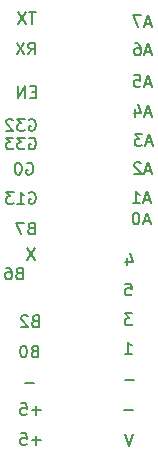
<source format=gbo>
G04 #@! TF.GenerationSoftware,KiCad,Pcbnew,9.0.5*
G04 #@! TF.CreationDate,2025-10-27T23:16:19-07:00*
G04 #@! TF.ProjectId,zotbins_2025_wrover_pcb,7a6f7462-696e-4735-9f32-3032355f7772,rev?*
G04 #@! TF.SameCoordinates,Original*
G04 #@! TF.FileFunction,Legend,Bot*
G04 #@! TF.FilePolarity,Positive*
%FSLAX46Y46*%
G04 Gerber Fmt 4.6, Leading zero omitted, Abs format (unit mm)*
G04 Created by KiCad (PCBNEW 9.0.5) date 2025-10-27 23:16:19*
%MOMM*%
%LPD*%
G01*
G04 APERTURE LIST*
%ADD10C,0.200000*%
%ADD11C,0.153000*%
G04 APERTURE END LIST*
D10*
X108542918Y-95254708D02*
X109114346Y-95254708D01*
X108828632Y-95254708D02*
X108828632Y-94254708D01*
X108828632Y-94254708D02*
X108923870Y-94397565D01*
X108923870Y-94397565D02*
X109019108Y-94492803D01*
X109019108Y-94492803D02*
X109114346Y-94540422D01*
X110743662Y-69699914D02*
X110267472Y-69699914D01*
X110838900Y-69985629D02*
X110505567Y-68985629D01*
X110505567Y-68985629D02*
X110172234Y-69985629D01*
X109410329Y-68985629D02*
X109600805Y-68985629D01*
X109600805Y-68985629D02*
X109696043Y-69033248D01*
X109696043Y-69033248D02*
X109743662Y-69080867D01*
X109743662Y-69080867D02*
X109838900Y-69223724D01*
X109838900Y-69223724D02*
X109886519Y-69414200D01*
X109886519Y-69414200D02*
X109886519Y-69795152D01*
X109886519Y-69795152D02*
X109838900Y-69890390D01*
X109838900Y-69890390D02*
X109791281Y-69938010D01*
X109791281Y-69938010D02*
X109696043Y-69985629D01*
X109696043Y-69985629D02*
X109505567Y-69985629D01*
X109505567Y-69985629D02*
X109410329Y-69938010D01*
X109410329Y-69938010D02*
X109362710Y-69890390D01*
X109362710Y-69890390D02*
X109315091Y-69795152D01*
X109315091Y-69795152D02*
X109315091Y-69557057D01*
X109315091Y-69557057D02*
X109362710Y-69461819D01*
X109362710Y-69461819D02*
X109410329Y-69414200D01*
X109410329Y-69414200D02*
X109505567Y-69366581D01*
X109505567Y-69366581D02*
X109696043Y-69366581D01*
X109696043Y-69366581D02*
X109791281Y-69414200D01*
X109791281Y-69414200D02*
X109838900Y-69461819D01*
X109838900Y-69461819D02*
X109886519Y-69557057D01*
X109237841Y-102059705D02*
X108904508Y-103059705D01*
X108904508Y-103059705D02*
X108571175Y-102059705D01*
X101420033Y-100048923D02*
X100658129Y-100048923D01*
X101039081Y-100429876D02*
X101039081Y-99667971D01*
X99705748Y-99429876D02*
X100181938Y-99429876D01*
X100181938Y-99429876D02*
X100229557Y-99906066D01*
X100229557Y-99906066D02*
X100181938Y-99858447D01*
X100181938Y-99858447D02*
X100086700Y-99810828D01*
X100086700Y-99810828D02*
X99848605Y-99810828D01*
X99848605Y-99810828D02*
X99753367Y-99858447D01*
X99753367Y-99858447D02*
X99705748Y-99906066D01*
X99705748Y-99906066D02*
X99658129Y-100001304D01*
X99658129Y-100001304D02*
X99658129Y-100239399D01*
X99658129Y-100239399D02*
X99705748Y-100334637D01*
X99705748Y-100334637D02*
X99753367Y-100382257D01*
X99753367Y-100382257D02*
X99848605Y-100429876D01*
X99848605Y-100429876D02*
X100086700Y-100429876D01*
X100086700Y-100429876D02*
X100181938Y-100382257D01*
X100181938Y-100382257D02*
X100229557Y-100334637D01*
X110812866Y-77367942D02*
X110336676Y-77367942D01*
X110908104Y-77653657D02*
X110574771Y-76653657D01*
X110574771Y-76653657D02*
X110241438Y-77653657D01*
X110003342Y-76653657D02*
X109384295Y-76653657D01*
X109384295Y-76653657D02*
X109717628Y-77034609D01*
X109717628Y-77034609D02*
X109574771Y-77034609D01*
X109574771Y-77034609D02*
X109479533Y-77082228D01*
X109479533Y-77082228D02*
X109431914Y-77129847D01*
X109431914Y-77129847D02*
X109384295Y-77225085D01*
X109384295Y-77225085D02*
X109384295Y-77463180D01*
X109384295Y-77463180D02*
X109431914Y-77558418D01*
X109431914Y-77558418D02*
X109479533Y-77606038D01*
X109479533Y-77606038D02*
X109574771Y-77653657D01*
X109574771Y-77653657D02*
X109860485Y-77653657D01*
X109860485Y-77653657D02*
X109955723Y-77606038D01*
X109955723Y-77606038D02*
X110003342Y-77558418D01*
X101430101Y-102595705D02*
X100668197Y-102595705D01*
X101049149Y-102976658D02*
X101049149Y-102214753D01*
X99715816Y-101976658D02*
X100192006Y-101976658D01*
X100192006Y-101976658D02*
X100239625Y-102452848D01*
X100239625Y-102452848D02*
X100192006Y-102405229D01*
X100192006Y-102405229D02*
X100096768Y-102357610D01*
X100096768Y-102357610D02*
X99858673Y-102357610D01*
X99858673Y-102357610D02*
X99763435Y-102405229D01*
X99763435Y-102405229D02*
X99715816Y-102452848D01*
X99715816Y-102452848D02*
X99668197Y-102548086D01*
X99668197Y-102548086D02*
X99668197Y-102786181D01*
X99668197Y-102786181D02*
X99715816Y-102881419D01*
X99715816Y-102881419D02*
X99763435Y-102929039D01*
X99763435Y-102929039D02*
X99858673Y-102976658D01*
X99858673Y-102976658D02*
X100096768Y-102976658D01*
X100096768Y-102976658D02*
X100192006Y-102929039D01*
X100192006Y-102929039D02*
X100239625Y-102881419D01*
X100366563Y-69916423D02*
X100699896Y-69440232D01*
X100937991Y-69916423D02*
X100937991Y-68916423D01*
X100937991Y-68916423D02*
X100557039Y-68916423D01*
X100557039Y-68916423D02*
X100461801Y-68964042D01*
X100461801Y-68964042D02*
X100414182Y-69011661D01*
X100414182Y-69011661D02*
X100366563Y-69106899D01*
X100366563Y-69106899D02*
X100366563Y-69249756D01*
X100366563Y-69249756D02*
X100414182Y-69344994D01*
X100414182Y-69344994D02*
X100461801Y-69392613D01*
X100461801Y-69392613D02*
X100557039Y-69440232D01*
X100557039Y-69440232D02*
X100937991Y-69440232D01*
X100033229Y-68916423D02*
X99366563Y-69916423D01*
X99366563Y-68916423D02*
X100033229Y-69916423D01*
X108721203Y-87113788D02*
X108721203Y-87780455D01*
X108959298Y-86732836D02*
X109197393Y-87447121D01*
X109197393Y-87447121D02*
X108578346Y-87447121D01*
X110757502Y-74904207D02*
X110281312Y-74904207D01*
X110852740Y-75189922D02*
X110519407Y-74189922D01*
X110519407Y-74189922D02*
X110186074Y-75189922D01*
X109424169Y-74523255D02*
X109424169Y-75189922D01*
X109662264Y-74142303D02*
X109900359Y-74856588D01*
X109900359Y-74856588D02*
X109281312Y-74856588D01*
X110715979Y-67319226D02*
X110239789Y-67319226D01*
X110811217Y-67604941D02*
X110477884Y-66604941D01*
X110477884Y-66604941D02*
X110144551Y-67604941D01*
X109906455Y-66604941D02*
X109239789Y-66604941D01*
X109239789Y-66604941D02*
X109668360Y-67604941D01*
X99576547Y-88441950D02*
X99433690Y-88489569D01*
X99433690Y-88489569D02*
X99386071Y-88537188D01*
X99386071Y-88537188D02*
X99338452Y-88632426D01*
X99338452Y-88632426D02*
X99338452Y-88775283D01*
X99338452Y-88775283D02*
X99386071Y-88870521D01*
X99386071Y-88870521D02*
X99433690Y-88918141D01*
X99433690Y-88918141D02*
X99528928Y-88965760D01*
X99528928Y-88965760D02*
X99909880Y-88965760D01*
X99909880Y-88965760D02*
X99909880Y-87965760D01*
X99909880Y-87965760D02*
X99576547Y-87965760D01*
X99576547Y-87965760D02*
X99481309Y-88013379D01*
X99481309Y-88013379D02*
X99433690Y-88060998D01*
X99433690Y-88060998D02*
X99386071Y-88156236D01*
X99386071Y-88156236D02*
X99386071Y-88251474D01*
X99386071Y-88251474D02*
X99433690Y-88346712D01*
X99433690Y-88346712D02*
X99481309Y-88394331D01*
X99481309Y-88394331D02*
X99576547Y-88441950D01*
X99576547Y-88441950D02*
X99909880Y-88441950D01*
X98481309Y-87965760D02*
X98671785Y-87965760D01*
X98671785Y-87965760D02*
X98767023Y-88013379D01*
X98767023Y-88013379D02*
X98814642Y-88060998D01*
X98814642Y-88060998D02*
X98909880Y-88203855D01*
X98909880Y-88203855D02*
X98957499Y-88394331D01*
X98957499Y-88394331D02*
X98957499Y-88775283D01*
X98957499Y-88775283D02*
X98909880Y-88870521D01*
X98909880Y-88870521D02*
X98862261Y-88918141D01*
X98862261Y-88918141D02*
X98767023Y-88965760D01*
X98767023Y-88965760D02*
X98576547Y-88965760D01*
X98576547Y-88965760D02*
X98481309Y-88918141D01*
X98481309Y-88918141D02*
X98433690Y-88870521D01*
X98433690Y-88870521D02*
X98386071Y-88775283D01*
X98386071Y-88775283D02*
X98386071Y-88537188D01*
X98386071Y-88537188D02*
X98433690Y-88441950D01*
X98433690Y-88441950D02*
X98481309Y-88394331D01*
X98481309Y-88394331D02*
X98576547Y-88346712D01*
X98576547Y-88346712D02*
X98767023Y-88346712D01*
X98767023Y-88346712D02*
X98862261Y-88394331D01*
X98862261Y-88394331D02*
X98909880Y-88441950D01*
X98909880Y-88441950D02*
X98957499Y-88537188D01*
X100428022Y-75427886D02*
X100523260Y-75380267D01*
X100523260Y-75380267D02*
X100666117Y-75380267D01*
X100666117Y-75380267D02*
X100808974Y-75427886D01*
X100808974Y-75427886D02*
X100904212Y-75523124D01*
X100904212Y-75523124D02*
X100951831Y-75618362D01*
X100951831Y-75618362D02*
X100999450Y-75808838D01*
X100999450Y-75808838D02*
X100999450Y-75951695D01*
X100999450Y-75951695D02*
X100951831Y-76142171D01*
X100951831Y-76142171D02*
X100904212Y-76237409D01*
X100904212Y-76237409D02*
X100808974Y-76332648D01*
X100808974Y-76332648D02*
X100666117Y-76380267D01*
X100666117Y-76380267D02*
X100570879Y-76380267D01*
X100570879Y-76380267D02*
X100428022Y-76332648D01*
X100428022Y-76332648D02*
X100380403Y-76285028D01*
X100380403Y-76285028D02*
X100380403Y-75951695D01*
X100380403Y-75951695D02*
X100570879Y-75951695D01*
X100047069Y-75380267D02*
X99428022Y-75380267D01*
X99428022Y-75380267D02*
X99761355Y-75761219D01*
X99761355Y-75761219D02*
X99618498Y-75761219D01*
X99618498Y-75761219D02*
X99523260Y-75808838D01*
X99523260Y-75808838D02*
X99475641Y-75856457D01*
X99475641Y-75856457D02*
X99428022Y-75951695D01*
X99428022Y-75951695D02*
X99428022Y-76189790D01*
X99428022Y-76189790D02*
X99475641Y-76285028D01*
X99475641Y-76285028D02*
X99523260Y-76332648D01*
X99523260Y-76332648D02*
X99618498Y-76380267D01*
X99618498Y-76380267D02*
X99904212Y-76380267D01*
X99904212Y-76380267D02*
X99999450Y-76332648D01*
X99999450Y-76332648D02*
X100047069Y-76285028D01*
X99047069Y-75475505D02*
X98999450Y-75427886D01*
X98999450Y-75427886D02*
X98904212Y-75380267D01*
X98904212Y-75380267D02*
X98666117Y-75380267D01*
X98666117Y-75380267D02*
X98570879Y-75427886D01*
X98570879Y-75427886D02*
X98523260Y-75475505D01*
X98523260Y-75475505D02*
X98475641Y-75570743D01*
X98475641Y-75570743D02*
X98475641Y-75665981D01*
X98475641Y-75665981D02*
X98523260Y-75808838D01*
X98523260Y-75808838D02*
X99094688Y-76380267D01*
X99094688Y-76380267D02*
X98475641Y-76380267D01*
X100220403Y-79137329D02*
X100315641Y-79089710D01*
X100315641Y-79089710D02*
X100458498Y-79089710D01*
X100458498Y-79089710D02*
X100601355Y-79137329D01*
X100601355Y-79137329D02*
X100696593Y-79232567D01*
X100696593Y-79232567D02*
X100744212Y-79327805D01*
X100744212Y-79327805D02*
X100791831Y-79518281D01*
X100791831Y-79518281D02*
X100791831Y-79661138D01*
X100791831Y-79661138D02*
X100744212Y-79851614D01*
X100744212Y-79851614D02*
X100696593Y-79946852D01*
X100696593Y-79946852D02*
X100601355Y-80042091D01*
X100601355Y-80042091D02*
X100458498Y-80089710D01*
X100458498Y-80089710D02*
X100363260Y-80089710D01*
X100363260Y-80089710D02*
X100220403Y-80042091D01*
X100220403Y-80042091D02*
X100172784Y-79994471D01*
X100172784Y-79994471D02*
X100172784Y-79661138D01*
X100172784Y-79661138D02*
X100363260Y-79661138D01*
X99553736Y-79089710D02*
X99458498Y-79089710D01*
X99458498Y-79089710D02*
X99363260Y-79137329D01*
X99363260Y-79137329D02*
X99315641Y-79184948D01*
X99315641Y-79184948D02*
X99268022Y-79280186D01*
X99268022Y-79280186D02*
X99220403Y-79470662D01*
X99220403Y-79470662D02*
X99220403Y-79708757D01*
X99220403Y-79708757D02*
X99268022Y-79899233D01*
X99268022Y-79899233D02*
X99315641Y-79994471D01*
X99315641Y-79994471D02*
X99363260Y-80042091D01*
X99363260Y-80042091D02*
X99458498Y-80089710D01*
X99458498Y-80089710D02*
X99553736Y-80089710D01*
X99553736Y-80089710D02*
X99648974Y-80042091D01*
X99648974Y-80042091D02*
X99696593Y-79994471D01*
X99696593Y-79994471D02*
X99744212Y-79899233D01*
X99744212Y-79899233D02*
X99791831Y-79708757D01*
X99791831Y-79708757D02*
X99791831Y-79470662D01*
X99791831Y-79470662D02*
X99744212Y-79280186D01*
X99744212Y-79280186D02*
X99696593Y-79184948D01*
X99696593Y-79184948D02*
X99648974Y-79137329D01*
X99648974Y-79137329D02*
X99553736Y-79089710D01*
X109161965Y-91846337D02*
X108542918Y-91846337D01*
X108542918Y-91846337D02*
X108876251Y-92227289D01*
X108876251Y-92227289D02*
X108733394Y-92227289D01*
X108733394Y-92227289D02*
X108638156Y-92274908D01*
X108638156Y-92274908D02*
X108590537Y-92322527D01*
X108590537Y-92322527D02*
X108542918Y-92417765D01*
X108542918Y-92417765D02*
X108542918Y-92655860D01*
X108542918Y-92655860D02*
X108590537Y-92751098D01*
X108590537Y-92751098D02*
X108638156Y-92798718D01*
X108638156Y-92798718D02*
X108733394Y-92846337D01*
X108733394Y-92846337D02*
X109019108Y-92846337D01*
X109019108Y-92846337D02*
X109114346Y-92798718D01*
X109114346Y-92798718D02*
X109161965Y-92751098D01*
X100441862Y-77005783D02*
X100537100Y-76958164D01*
X100537100Y-76958164D02*
X100679957Y-76958164D01*
X100679957Y-76958164D02*
X100822814Y-77005783D01*
X100822814Y-77005783D02*
X100918052Y-77101021D01*
X100918052Y-77101021D02*
X100965671Y-77196259D01*
X100965671Y-77196259D02*
X101013290Y-77386735D01*
X101013290Y-77386735D02*
X101013290Y-77529592D01*
X101013290Y-77529592D02*
X100965671Y-77720068D01*
X100965671Y-77720068D02*
X100918052Y-77815306D01*
X100918052Y-77815306D02*
X100822814Y-77910545D01*
X100822814Y-77910545D02*
X100679957Y-77958164D01*
X100679957Y-77958164D02*
X100584719Y-77958164D01*
X100584719Y-77958164D02*
X100441862Y-77910545D01*
X100441862Y-77910545D02*
X100394243Y-77862925D01*
X100394243Y-77862925D02*
X100394243Y-77529592D01*
X100394243Y-77529592D02*
X100584719Y-77529592D01*
X100060909Y-76958164D02*
X99441862Y-76958164D01*
X99441862Y-76958164D02*
X99775195Y-77339116D01*
X99775195Y-77339116D02*
X99632338Y-77339116D01*
X99632338Y-77339116D02*
X99537100Y-77386735D01*
X99537100Y-77386735D02*
X99489481Y-77434354D01*
X99489481Y-77434354D02*
X99441862Y-77529592D01*
X99441862Y-77529592D02*
X99441862Y-77767687D01*
X99441862Y-77767687D02*
X99489481Y-77862925D01*
X99489481Y-77862925D02*
X99537100Y-77910545D01*
X99537100Y-77910545D02*
X99632338Y-77958164D01*
X99632338Y-77958164D02*
X99918052Y-77958164D01*
X99918052Y-77958164D02*
X100013290Y-77910545D01*
X100013290Y-77910545D02*
X100060909Y-77862925D01*
X99108528Y-76958164D02*
X98489481Y-76958164D01*
X98489481Y-76958164D02*
X98822814Y-77339116D01*
X98822814Y-77339116D02*
X98679957Y-77339116D01*
X98679957Y-77339116D02*
X98584719Y-77386735D01*
X98584719Y-77386735D02*
X98537100Y-77434354D01*
X98537100Y-77434354D02*
X98489481Y-77529592D01*
X98489481Y-77529592D02*
X98489481Y-77767687D01*
X98489481Y-77767687D02*
X98537100Y-77862925D01*
X98537100Y-77862925D02*
X98584719Y-77910545D01*
X98584719Y-77910545D02*
X98679957Y-77958164D01*
X98679957Y-77958164D02*
X98965671Y-77958164D01*
X98965671Y-77958164D02*
X99060909Y-77910545D01*
X99060909Y-77910545D02*
X99108528Y-77862925D01*
D11*
X110615402Y-84025697D02*
X110139212Y-84025697D01*
X110710640Y-84311412D02*
X110377307Y-83311412D01*
X110377307Y-83311412D02*
X110043974Y-84311412D01*
X109520164Y-83311412D02*
X109424926Y-83311412D01*
X109424926Y-83311412D02*
X109329688Y-83359031D01*
X109329688Y-83359031D02*
X109282069Y-83406650D01*
X109282069Y-83406650D02*
X109234450Y-83501888D01*
X109234450Y-83501888D02*
X109186831Y-83692364D01*
X109186831Y-83692364D02*
X109186831Y-83930459D01*
X109186831Y-83930459D02*
X109234450Y-84120935D01*
X109234450Y-84120935D02*
X109282069Y-84216173D01*
X109282069Y-84216173D02*
X109329688Y-84263793D01*
X109329688Y-84263793D02*
X109424926Y-84311412D01*
X109424926Y-84311412D02*
X109520164Y-84311412D01*
X109520164Y-84311412D02*
X109615402Y-84263793D01*
X109615402Y-84263793D02*
X109663021Y-84216173D01*
X109663021Y-84216173D02*
X109710640Y-84120935D01*
X109710640Y-84120935D02*
X109758259Y-83930459D01*
X109758259Y-83930459D02*
X109758259Y-83692364D01*
X109758259Y-83692364D02*
X109710640Y-83501888D01*
X109710640Y-83501888D02*
X109663021Y-83406650D01*
X109663021Y-83406650D02*
X109615402Y-83359031D01*
X109615402Y-83359031D02*
X109520164Y-83311412D01*
X110636166Y-82219422D02*
X110159976Y-82219422D01*
X110731404Y-82505137D02*
X110398071Y-81505137D01*
X110398071Y-81505137D02*
X110064738Y-82505137D01*
X109207595Y-82505137D02*
X109779023Y-82505137D01*
X109493309Y-82505137D02*
X109493309Y-81505137D01*
X109493309Y-81505137D02*
X109588547Y-81647994D01*
X109588547Y-81647994D02*
X109683785Y-81743232D01*
X109683785Y-81743232D02*
X109779023Y-81790851D01*
D10*
X100873305Y-97695917D02*
X100111401Y-97695917D01*
X100583884Y-84636388D02*
X100441027Y-84684007D01*
X100441027Y-84684007D02*
X100393408Y-84731626D01*
X100393408Y-84731626D02*
X100345789Y-84826864D01*
X100345789Y-84826864D02*
X100345789Y-84969721D01*
X100345789Y-84969721D02*
X100393408Y-85064959D01*
X100393408Y-85064959D02*
X100441027Y-85112579D01*
X100441027Y-85112579D02*
X100536265Y-85160198D01*
X100536265Y-85160198D02*
X100917217Y-85160198D01*
X100917217Y-85160198D02*
X100917217Y-84160198D01*
X100917217Y-84160198D02*
X100583884Y-84160198D01*
X100583884Y-84160198D02*
X100488646Y-84207817D01*
X100488646Y-84207817D02*
X100441027Y-84255436D01*
X100441027Y-84255436D02*
X100393408Y-84350674D01*
X100393408Y-84350674D02*
X100393408Y-84445912D01*
X100393408Y-84445912D02*
X100441027Y-84541150D01*
X100441027Y-84541150D02*
X100488646Y-84588769D01*
X100488646Y-84588769D02*
X100583884Y-84636388D01*
X100583884Y-84636388D02*
X100917217Y-84636388D01*
X100012455Y-84160198D02*
X99345789Y-84160198D01*
X99345789Y-84160198D02*
X99774360Y-85160198D01*
X100873005Y-95050353D02*
X100730148Y-95097972D01*
X100730148Y-95097972D02*
X100682529Y-95145591D01*
X100682529Y-95145591D02*
X100634910Y-95240829D01*
X100634910Y-95240829D02*
X100634910Y-95383686D01*
X100634910Y-95383686D02*
X100682529Y-95478924D01*
X100682529Y-95478924D02*
X100730148Y-95526544D01*
X100730148Y-95526544D02*
X100825386Y-95574163D01*
X100825386Y-95574163D02*
X101206338Y-95574163D01*
X101206338Y-95574163D02*
X101206338Y-94574163D01*
X101206338Y-94574163D02*
X100873005Y-94574163D01*
X100873005Y-94574163D02*
X100777767Y-94621782D01*
X100777767Y-94621782D02*
X100730148Y-94669401D01*
X100730148Y-94669401D02*
X100682529Y-94764639D01*
X100682529Y-94764639D02*
X100682529Y-94859877D01*
X100682529Y-94859877D02*
X100730148Y-94955115D01*
X100730148Y-94955115D02*
X100777767Y-95002734D01*
X100777767Y-95002734D02*
X100873005Y-95050353D01*
X100873005Y-95050353D02*
X101206338Y-95050353D01*
X100015862Y-94574163D02*
X99920624Y-94574163D01*
X99920624Y-94574163D02*
X99825386Y-94621782D01*
X99825386Y-94621782D02*
X99777767Y-94669401D01*
X99777767Y-94669401D02*
X99730148Y-94764639D01*
X99730148Y-94764639D02*
X99682529Y-94955115D01*
X99682529Y-94955115D02*
X99682529Y-95193210D01*
X99682529Y-95193210D02*
X99730148Y-95383686D01*
X99730148Y-95383686D02*
X99777767Y-95478924D01*
X99777767Y-95478924D02*
X99825386Y-95526544D01*
X99825386Y-95526544D02*
X99920624Y-95574163D01*
X99920624Y-95574163D02*
X100015862Y-95574163D01*
X100015862Y-95574163D02*
X100111100Y-95526544D01*
X100111100Y-95526544D02*
X100158719Y-95478924D01*
X100158719Y-95478924D02*
X100206338Y-95383686D01*
X100206338Y-95383686D02*
X100253957Y-95193210D01*
X100253957Y-95193210D02*
X100253957Y-94955115D01*
X100253957Y-94955115D02*
X100206338Y-94764639D01*
X100206338Y-94764639D02*
X100158719Y-94669401D01*
X100158719Y-94669401D02*
X100111100Y-94621782D01*
X100111100Y-94621782D02*
X100015862Y-94574163D01*
X110715979Y-72385108D02*
X110239789Y-72385108D01*
X110811217Y-72670823D02*
X110477884Y-71670823D01*
X110477884Y-71670823D02*
X110144551Y-72670823D01*
X109335027Y-71670823D02*
X109811217Y-71670823D01*
X109811217Y-71670823D02*
X109858836Y-72147013D01*
X109858836Y-72147013D02*
X109811217Y-72099394D01*
X109811217Y-72099394D02*
X109715979Y-72051775D01*
X109715979Y-72051775D02*
X109477884Y-72051775D01*
X109477884Y-72051775D02*
X109382646Y-72099394D01*
X109382646Y-72099394D02*
X109335027Y-72147013D01*
X109335027Y-72147013D02*
X109287408Y-72242251D01*
X109287408Y-72242251D02*
X109287408Y-72480346D01*
X109287408Y-72480346D02*
X109335027Y-72575584D01*
X109335027Y-72575584D02*
X109382646Y-72623204D01*
X109382646Y-72623204D02*
X109477884Y-72670823D01*
X109477884Y-72670823D02*
X109715979Y-72670823D01*
X109715979Y-72670823D02*
X109811217Y-72623204D01*
X109811217Y-72623204D02*
X109858836Y-72575584D01*
X109316443Y-97502140D02*
X108554539Y-97502140D01*
X100942213Y-92480505D02*
X100799356Y-92528124D01*
X100799356Y-92528124D02*
X100751737Y-92575743D01*
X100751737Y-92575743D02*
X100704118Y-92670981D01*
X100704118Y-92670981D02*
X100704118Y-92813838D01*
X100704118Y-92813838D02*
X100751737Y-92909076D01*
X100751737Y-92909076D02*
X100799356Y-92956696D01*
X100799356Y-92956696D02*
X100894594Y-93004315D01*
X100894594Y-93004315D02*
X101275546Y-93004315D01*
X101275546Y-93004315D02*
X101275546Y-92004315D01*
X101275546Y-92004315D02*
X100942213Y-92004315D01*
X100942213Y-92004315D02*
X100846975Y-92051934D01*
X100846975Y-92051934D02*
X100799356Y-92099553D01*
X100799356Y-92099553D02*
X100751737Y-92194791D01*
X100751737Y-92194791D02*
X100751737Y-92290029D01*
X100751737Y-92290029D02*
X100799356Y-92385267D01*
X100799356Y-92385267D02*
X100846975Y-92432886D01*
X100846975Y-92432886D02*
X100942213Y-92480505D01*
X100942213Y-92480505D02*
X101275546Y-92480505D01*
X100323165Y-92099553D02*
X100275546Y-92051934D01*
X100275546Y-92051934D02*
X100180308Y-92004315D01*
X100180308Y-92004315D02*
X99942213Y-92004315D01*
X99942213Y-92004315D02*
X99846975Y-92051934D01*
X99846975Y-92051934D02*
X99799356Y-92099553D01*
X99799356Y-92099553D02*
X99751737Y-92194791D01*
X99751737Y-92194791D02*
X99751737Y-92290029D01*
X99751737Y-92290029D02*
X99799356Y-92432886D01*
X99799356Y-92432886D02*
X100370784Y-93004315D01*
X100370784Y-93004315D02*
X99751737Y-93004315D01*
X110757502Y-79762472D02*
X110281312Y-79762472D01*
X110852740Y-80048187D02*
X110519407Y-79048187D01*
X110519407Y-79048187D02*
X110186074Y-80048187D01*
X109900359Y-79143425D02*
X109852740Y-79095806D01*
X109852740Y-79095806D02*
X109757502Y-79048187D01*
X109757502Y-79048187D02*
X109519407Y-79048187D01*
X109519407Y-79048187D02*
X109424169Y-79095806D01*
X109424169Y-79095806D02*
X109376550Y-79143425D01*
X109376550Y-79143425D02*
X109328931Y-79238663D01*
X109328931Y-79238663D02*
X109328931Y-79333901D01*
X109328931Y-79333901D02*
X109376550Y-79476758D01*
X109376550Y-79476758D02*
X109947978Y-80048187D01*
X109947978Y-80048187D02*
X109328931Y-80048187D01*
X100979514Y-73088216D02*
X100646181Y-73088216D01*
X100503324Y-73612026D02*
X100979514Y-73612026D01*
X100979514Y-73612026D02*
X100979514Y-72612026D01*
X100979514Y-72612026D02*
X100503324Y-72612026D01*
X100074752Y-73612026D02*
X100074752Y-72612026D01*
X100074752Y-72612026D02*
X99503324Y-73612026D01*
X99503324Y-73612026D02*
X99503324Y-72612026D01*
X100929406Y-86310195D02*
X100262740Y-87310195D01*
X100262740Y-86310195D02*
X100929406Y-87310195D01*
X109261078Y-100021240D02*
X108499174Y-100021240D01*
X108590537Y-89313396D02*
X109066727Y-89313396D01*
X109066727Y-89313396D02*
X109114346Y-89789586D01*
X109114346Y-89789586D02*
X109066727Y-89741967D01*
X109066727Y-89741967D02*
X108971489Y-89694348D01*
X108971489Y-89694348D02*
X108733394Y-89694348D01*
X108733394Y-89694348D02*
X108638156Y-89741967D01*
X108638156Y-89741967D02*
X108590537Y-89789586D01*
X108590537Y-89789586D02*
X108542918Y-89884824D01*
X108542918Y-89884824D02*
X108542918Y-90122919D01*
X108542918Y-90122919D02*
X108590537Y-90218157D01*
X108590537Y-90218157D02*
X108638156Y-90265777D01*
X108638156Y-90265777D02*
X108733394Y-90313396D01*
X108733394Y-90313396D02*
X108971489Y-90313396D01*
X108971489Y-90313396D02*
X109066727Y-90265777D01*
X109066727Y-90265777D02*
X109114346Y-90218157D01*
X100448773Y-81605670D02*
X100544011Y-81558051D01*
X100544011Y-81558051D02*
X100686868Y-81558051D01*
X100686868Y-81558051D02*
X100829725Y-81605670D01*
X100829725Y-81605670D02*
X100924963Y-81700908D01*
X100924963Y-81700908D02*
X100972582Y-81796146D01*
X100972582Y-81796146D02*
X101020201Y-81986622D01*
X101020201Y-81986622D02*
X101020201Y-82129479D01*
X101020201Y-82129479D02*
X100972582Y-82319955D01*
X100972582Y-82319955D02*
X100924963Y-82415193D01*
X100924963Y-82415193D02*
X100829725Y-82510432D01*
X100829725Y-82510432D02*
X100686868Y-82558051D01*
X100686868Y-82558051D02*
X100591630Y-82558051D01*
X100591630Y-82558051D02*
X100448773Y-82510432D01*
X100448773Y-82510432D02*
X100401154Y-82462812D01*
X100401154Y-82462812D02*
X100401154Y-82129479D01*
X100401154Y-82129479D02*
X100591630Y-82129479D01*
X99448773Y-82558051D02*
X100020201Y-82558051D01*
X99734487Y-82558051D02*
X99734487Y-81558051D01*
X99734487Y-81558051D02*
X99829725Y-81700908D01*
X99829725Y-81700908D02*
X99924963Y-81796146D01*
X99924963Y-81796146D02*
X100020201Y-81843765D01*
X99115439Y-81558051D02*
X98496392Y-81558051D01*
X98496392Y-81558051D02*
X98829725Y-81939003D01*
X98829725Y-81939003D02*
X98686868Y-81939003D01*
X98686868Y-81939003D02*
X98591630Y-81986622D01*
X98591630Y-81986622D02*
X98544011Y-82034241D01*
X98544011Y-82034241D02*
X98496392Y-82129479D01*
X98496392Y-82129479D02*
X98496392Y-82367574D01*
X98496392Y-82367574D02*
X98544011Y-82462812D01*
X98544011Y-82462812D02*
X98591630Y-82510432D01*
X98591630Y-82510432D02*
X98686868Y-82558051D01*
X98686868Y-82558051D02*
X98972582Y-82558051D01*
X98972582Y-82558051D02*
X99067820Y-82510432D01*
X99067820Y-82510432D02*
X99115439Y-82462812D01*
X100978149Y-66340917D02*
X100406721Y-66340917D01*
X100692435Y-67340917D02*
X100692435Y-66340917D01*
X100168625Y-66340917D02*
X99501959Y-67340917D01*
X99501959Y-66340917D02*
X100168625Y-67340917D01*
M02*

</source>
